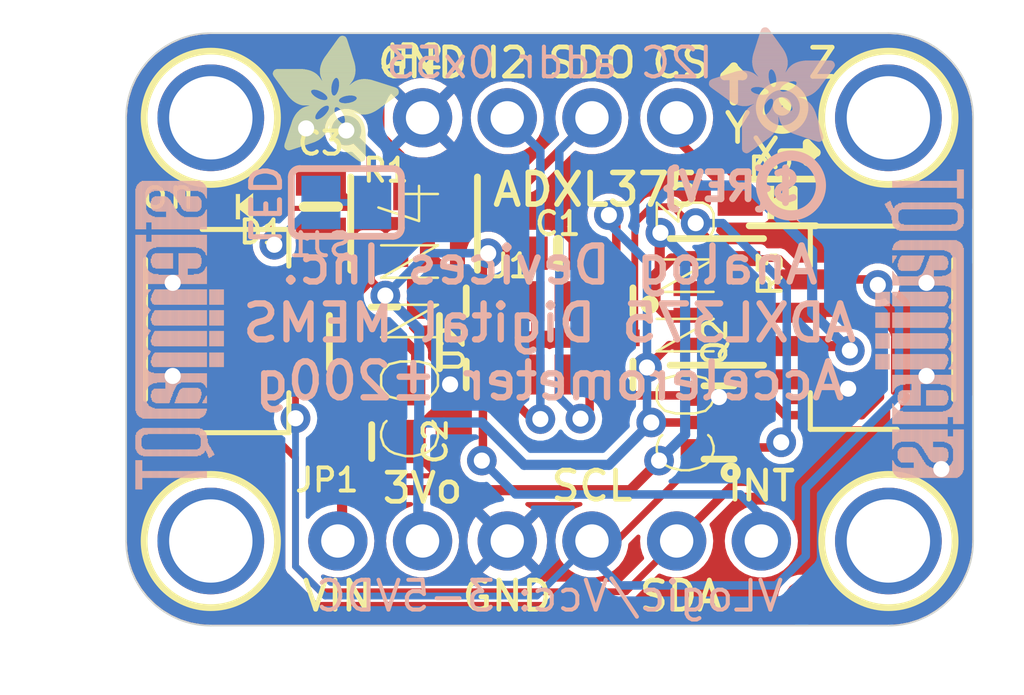
<source format=kicad_pcb>
(kicad_pcb (version 20221018) (generator pcbnew)
  (layers (0 "F.Cu" signal) (31 "B.Cu" signal) (34 "B.Paste" user) (35 "F.Paste" user) (36 "B.SilkS" user "B.Silkscreen") (37 "F.SilkS" user "F.Silkscreen") (38 "B.Mask" user) (39 "F.Mask" user) (44 "Edge.Cuts" user))
  (net 0 "")
  (net 1 "GND")
  (net 2 "SCL")
  (net 3 "SCL_3V")
  (net 4 "3.3V")
  (net 5 "VCC")
  (net 6 "N$1")
  (net 7 "CS_3V")
  (net 8 "INT1")
  (net 9 "INT2")
  (net 10 "SDA/SDIO_3V")
  (net 11 "SDO")
  (net 12 "CS")
  (net 13 "SDA/SDIO")
  (net 14 "N$2")
  (footprint "working:RESPACK_4X0603" (layer "F.Cu") (at 144.4371 101.8286)
    (fp_text reference "R1")
    (fp_text value "10K")
  )
  (footprint "working:CHIPLED_0603_NOOUTLINE" (layer "F.Cu") (at 139.3571 101.3206 90)
    (fp_text reference "D1")
    (fp_text value "GREEN")
  )
  (footprint "working:FIDUCIAL_1MM" (layer "F.Cu") (at 137.7696 105.0036)
    (fp_text reference "FID4" hide)
    (fp_text value "FIDUCIAL_1MM" hide)
  )
  (footprint "working:MOUNTINGHOLE_2.5_PLATED" (layer "F.Cu") (at 138.3411 98.6536)
    (fp_text reference "U$1" hide)
    (fp_text value "MOUNTINGHOLE2.5" hide)
  )
  (footprint "working:0603-NO" (layer "F.Cu") (at 148.7551 102.7176)
    (fp_text reference "C1")
    (fp_text value "0.1uF")
  )
  (footprint "working:LGA14" (layer "F.Cu") (at 148.5011 105.2576)
    (fp_text reference "U1")
    (fp_text value "ADXL343")
  )
  (footprint "working:_0805MP" (layer "F.Cu") (at 143.1671 108.3691)
    (fp_text reference "C2")
    (fp_text value "10uF")
  )
  (footprint "working:1X04_ROUND" (layer "F.Cu") (at 148.5011 98.6536)
    (fp_text reference "JP2")
    (fp_text value "")
  )
  (footprint "working:SOT363" (layer "F.Cu") (at 153.5811 107.7976 90)
    (fp_text reference "Q2")
    (fp_text value "BSS138")
  )
  (footprint "working:1X06_ROUND_70" (layer "F.Cu") (at 148.5011 111.3536)
    (fp_text reference "JP1")
    (fp_text value "")
  )
  (footprint "working:JST_SH4" (layer "F.Cu") (at 158.5341 105.0036 90)
    (fp_text reference "CONN3")
    (fp_text value "STEMMA_I2C_QT" hide)
  )
  (footprint "working:MOUNTINGHOLE_2.5_PLATED" (layer "F.Cu") (at 138.3411 111.3536)
    (fp_text reference "U$19" hide)
    (fp_text value "MOUNTINGHOLE2.5" hide)
  )
  (footprint "working:SOD-323" (layer "F.Cu") (at 155.4861 101.1936)
    (fp_text reference "D2")
    (fp_text value "1N4148")
  )
  (footprint "working:MOUNTINGHOLE_2.5_PLATED" (layer "F.Cu") (at 158.6611 98.6536)
    (fp_text reference "U$17" hide)
    (fp_text value "MOUNTINGHOLE2.5" hide)
  )
  (footprint "working:MOUNTINGHOLE_2.5_PLATED" (layer "F.Cu") (at 158.6611 111.3536)
    (fp_text reference "U$21" hide)
    (fp_text value "MOUNTINGHOLE2.5" hide)
  )
  (footprint "working:SOT23-5" (layer "F.Cu") (at 143.5481 105.3846)
    (fp_text reference "U2")
    (fp_text value "AP2112K-3.3")
  )
  (footprint "working:RESPACK_4X0603" (layer "F.Cu") (at 153.5176 104.1781 -90)
    (fp_text reference "R3")
    (fp_text value "10K")
  )
  (footprint "working:FIDUCIAL_1MM" (layer "F.Cu") (at 156.0576 113.0681)
    (fp_text reference "FID3" hide)
    (fp_text value "FIDUCIAL_1MM" hide)
  )
  (footprint "working:ADAFRUIT_3.5MM" (layer "F.Cu") (at 140.1826 99.9871)
    (fp_text reference "U$4" hide)
    (fp_text value "" hide)
  )
  (footprint "working:0805-NO" (layer "F.Cu") (at 141.6431 101.3206 90)
    (fp_text reference "C3")
    (fp_text value "10uF")
  )
  (footprint "working:JST_SH4" (layer "F.Cu") (at 138.4681 105.0036 -90)
    (fp_text reference "CONN4")
    (fp_text value "STEMMA_I2C_QT" hide)
  )
  (footprint "working:SOLDERJUMPER_CLOSEDWIRE" (layer "B.Cu") (at 142.4051 101.1936)
    (fp_text reference "SJ1")
    (fp_text value "")
  )
  (footprint "working:STEMMAQT" (layer "B.Cu") (at 138.7221 100.5586 -90)
    (fp_text reference "U$31" hide)
    (fp_text value "" hide)
  )
  (footprint "working:PCBFEAT-REV-040" (layer "B.Cu") (at 155.7401 100.6856 180)
    (fp_text reference "U$25" hide)
    (fp_text value "" hide)
  )
  (footprint "working:ADAFRUIT_3.5MM" (layer "B.Cu") (at 157.0736 99.7331 180)
    (fp_text reference "U$11" hide)
    (fp_text value "" hide)
  )
  (footprint "working:STEMMAQT" (layer "B.Cu") (at 158.2801 109.4486 90)
    (fp_text reference "U$30" hide)
    (fp_text value "" hide)
  )
  (gr_line (start 154.305 97.3963) (end 154.2796 97.3963) (stroke (width 0.254)) (layer "F.SilkS"))
  (gr_line (start 153.7462 97.3963) (end 154.2796 97.3963) (stroke (width 0.254)) (layer "F.SilkS"))
  (gr_line (start 156.2227 99.949) (end 156.4767 99.695) (stroke (width 0.254)) (layer "F.SilkS"))
  (gr_line (start 156.2227 99.9744) (end 156.2227 99.949) (stroke (width 0.254)) (layer "F.SilkS"))
  (gr_line (start 154.0256 97.1423) (end 154.0256 97.1169) (stroke (width 0.254)) (layer "F.SilkS"))
  (gr_line (start 156.4767 99.695) (end 156.5021 99.695) (stroke (width 0.254)) (layer "F.SilkS"))
  (gr_line (start 156.2227 99.4156) (end 156.2227 99.949) (stroke (width 0.254)) (layer "F.SilkS"))
  (gr_circle (center 155.4734 98.3488) (end 156.1338 98.3488) (stroke (width 0.254)) (fill none) (layer "F.SilkS"))
  (gr_line (start 154.2796 97.3963) (end 154.0256 97.1423) (stroke (width 0.254)) (layer "F.SilkS"))
  (gr_line (start 154.0256 98.1583) (end 154.0256 97.1423) (stroke (width 0.254)) (layer "F.SilkS"))
  (gr_line (start 155.4607 99.695) (end 156.4767 99.695) (stroke (width 0.254)) (layer "F.SilkS"))
  (gr_circle (center 155.4734 98.3107) (end 155.4988 98.3107) (stroke (width 0.254)) (fill none) (layer "F.SilkS"))
  (gr_line (start 154.0256 97.1169) (end 153.7462 97.3963) (stroke (width 0.254)) (layer "F.SilkS"))
  (gr_line (start 156.5021 99.695) (end 156.2227 99.4156) (stroke (width 0.254)) (layer "F.SilkS"))
  (gr_line (start 161.2011 111.3536) (end 161.2011 98.6536) (stroke (width 0.05)) (layer "Edge.Cuts"))
  (gr_arc (start 158.6611 96.1136) (mid 160.457151 96.857549) (end 161.2011 98.6536) (stroke (width 0.05)) (layer "Edge.Cuts"))
  (gr_line (start 135.8011 98.6536) (end 135.8011 111.3536) (stroke (width 0.05)) (layer "Edge.Cuts"))
  (gr_arc (start 161.2011 111.3536) (mid 160.457151 113.149651) (end 158.6611 113.8936) (stroke (width 0.05)) (layer "Edge.Cuts"))
  (gr_line (start 158.6611 96.1136) (end 138.3411 96.1136) (stroke (width 0.05)) (layer "Edge.Cuts"))
  (gr_arc (start 135.8011 98.6536) (mid 136.545049 96.857549) (end 138.3411 96.1136) (stroke (width 0.05)) (layer "Edge.Cuts"))
  (gr_arc (start 138.3411 113.8936) (mid 136.545049 113.149651) (end 135.8011 111.3536) (stroke (width 0.05)) (layer "Edge.Cuts"))
  (gr_line (start 138.3411 113.8936) (end 158.6611 113.8936) (stroke (width 0.05)) (layer "Edge.Cuts"))
  (gr_text "I2C addr 0x53" (at 148.5011 97.0026) (layer "B.SilkS") (effects (font (size 0.89408 0.89408) (thickness 0.12192)) (justify mirror)))
  (gr_text "LED" (at 139.9286 101.2571 -90) (layer "B.SilkS") (effects (font (size 0.8636 0.8636) (thickness 0.1524)) (justify mirror)))
  (gr_text "Analog Devices Inc.\nADXL375 Digital MEMS\nAccelerometer ±200g" (at 148.5011 104.8131) (layer "B.SilkS") (effects (font (size 1.0795 1.0795) (thickness 0.1905)) (justify mirror)))
  (gr_text "VLogic/Vcc: 3-5VDC" (at 148.5011 113.0046) (layer "B.SilkS") (effects (font (size 0.89408 0.89408) (thickness 0.12192)) (justify mirror)))
  (gr_text "GND" (at 147.2311 113.0046) (layer "F.SilkS") (effects (font (size 0.87376 0.87376) (thickness 0.14224))))
  (gr_text "ADXL375" (at 149.8981 100.8126) (layer "F.SilkS") (effects (font (size 0.94996 0.94996) (thickness 0.16764))))
  (gr_text "I2" (at 147.2311 97.0026) (layer "F.SilkS") (effects (font (size 0.87376 0.87376) (thickness 0.14224))))
  (gr_text "SDO" (at 149.7711 97.0026) (layer "F.SilkS") (effects (font (size 0.87376 0.87376) (thickness 0.14224))))
  (gr_text "GND" (at 144.6911 97.0026) (layer "F.SilkS") (effects (font (size 0.87376 0.87376) (thickness 0.14224))))
  (gr_text "INT" (at 154.8511 109.7026) (layer "F.SilkS") (effects (font (size 0.87376 0.87376) (thickness 0.14224))))
  (gr_text "X" (at 154.4701 100.2411) (layer "F.SilkS") (effects (font (size 0.87376 0.87376) (thickness 0.14224)) (justify left bottom)))
  (gr_text "Z" (at 156.1719 97.5233) (layer "F.SilkS") (effects (font (size 0.87376 0.87376) (thickness 0.14224)) (justify left bottom)))
  (gr_text "VIN" (at 142.1511 113.0046) (layer "F.SilkS") (effects (font (size 0.87376 0.87376) (thickness 0.14224))))
  (gr_text "SCL" (at 149.7711 109.7026) (layer "F.SilkS") (effects (font (size 0.87376 0.87376) (thickness 0.14224))))
  (gr_text "Y" (at 153.67 99.4791) (layer "F.SilkS") (effects (font (size 0.87376 0.87376) (thickness 0.14224)) (justify left bottom)))
  (gr_text "SDA" (at 152.4381 113.0046) (layer "F.SilkS") (effects (font (size 0.87376 0.87376) (thickness 0.14224))))
  (gr_text "on" (at 136.1821 101.4476) (layer "F.SilkS") (effects (font (size 0.89408 0.89408) (thickness 0.12192)) (justify left bottom)))
  (gr_text "CS" (at 152.4381 97.0026) (layer "F.SilkS") (effects (font (size 0.87376 0.87376) (thickness 0.14224))))
  (gr_text "3Vo" (at 144.6911 109.7661) (layer "F.SilkS") (effects (font (size 0.87376 0.87376) (thickness 0.14224))))
  (segment (start 155.3351 106.5036) (end 156.0201 106.5036) (width 0.3048) (layer "F.Cu") (net 1))
  (segment (start 154.1526 106.2736) (end 155.1051 106.2736) (width 0.3048) (layer "F.Cu") (net 1))
  (segment (start 149.7011 104.804707) (end 149.6455 104.860307) (width 0.3048) (layer "F.Cu") (net 1))
  (segment (start 148.1011 105.1116) (end 148.1011 104.1576) (width 0.3048) (layer "F.Cu") (net 1))
  (segment (start 149.6455 104.9387) (end 149.3901 105.1941) (width 0.3048) (layer "F.Cu") (net 1))
  (segment (start 143.6116 107.9881) (end 143.9926 108.3691) (width 0.3048) (layer "F.Cu") (net 1))
  (segment (start 153.5811 107.0356) (end 153.5811 106.8451) (width 0.3048) (layer "F.Cu") (net 1))
  (segment (start 148.1836 105.1941) (end 148.1011 105.1116) (width 0.3048) (layer "F.Cu") (net 1))
  (segment (start 143.9926 108.3691) (end 144.1831 108.3691) (width 0.3048) (layer "F.Cu") (net 1))
  (segment (start 143.6116 106.7482) (end 143.6116 107.9881) (width 0.3048) (layer "F.Cu") (net 1))
  (segment (start 155.1051 106.2736) (end 155.3351 106.5036) (width 0.3048) (layer "F.Cu") (net 1))
  (segment (start 149.6455 104.860307) (end 149.6455 104.9387) (width 0.3048) (layer "F.Cu") (net 1))
  (segment (start 154.1526 106.2736) (end 153.5811 106.8451) (width 0.3048) (layer "F.Cu") (net 1))
  (segment (start 149.3901 105.1941) (end 148.1836 105.1941) (width 0.3048) (layer "F.Cu") (net 1))
  (segment (start 149.7011 104.1576) (end 149.7011 104.804707) (width 0.3048) (layer "F.Cu") (net 1))
  (segment (start 143.5481 106.6847) (end 143.6116 106.7482) (width 0.3048) (layer "F.Cu") (net 1))
  (via (at 141.1986 98.9711) (size 0.889) (drill 0.4826) (layers "F.Cu" "B.Cu") (net 1))
  (via (at 157.4546 106.7816) (size 0.889) (drill 0.4826) (layers "F.Cu" "B.Cu") (net 1))
  (via (at 159.8041 103.6066) (size 0.889) (drill 0.4826) (layers "F.Cu" "B.Cu") (net 1))
  (via (at 137.1981 106.4006) (size 0.889) (drill 0.4826) (layers "F.Cu" "B.Cu") (net 1))
  (via (at 137.1981 103.6066) (size 0.889) (drill 0.4826) (layers "F.Cu" "B.Cu") (net 1))
  (via (at 145.5166 106.6546) (size 0.889) (drill 0.4826) (layers "F.Cu" "B.Cu") (net 1))
  (via (at 153.5811 107.0356) (size 0.889) (drill 0.4826) (layers "F.Cu" "B.Cu") (net 1))
  (via (at 159.8041 106.4006) (size 0.889) (drill 0.4826) (layers "F.Cu" "B.Cu") (net 1))
  (via (at 160.2486 109.1946) (size 0.889) (drill 0.4826) (layers "F.Cu" "B.Cu") (net 1))
  (segment (start 158.1771 103.5036) (end 158.3436 103.6701) (width 0.254) (layer "F.Cu") (net 2))
  (segment (start 152.6811 108.5476) (end 152.6811 109.1826) (width 0.2032) (layer "F.Cu") (net 2))
  (segment (start 150.5101 111.3536) (end 149.7711 111.3536) (width 0.2032) (layer "F.Cu") (net 2))
  (segment (start 140.8811 106.6046) (end 140.9821 106.5036) (width 0.2032) (layer "F.Cu") (net 2))
  (segment (start 156.0201 103.5036) (end 158.1771 103.5036) (width 0.254) (layer "F.Cu") (net 2))
  (segment (start 155.3946 102.8781) (end 154.3676 102.8781) (width 0.2032) (layer "F.Cu") (net 2))
  (segment (start 156.0201 103.5036) (end 155.3946 102.8781) (width 0.2032) (layer "F.Cu") (net 2))
  (segment (start 152.6811 109.1826) (end 150.5101 111.3536) (width 0.2032) (layer "F.Cu") (net 2))
  (segment (start 140.8811 107.6706) (end 140.8811 106.6046) (width 0.2032) (layer "F.Cu") (net 2))
  (via (at 158.3436 103.6701) (size 0.889) (drill 0.4826) (layers "F.Cu" "B.Cu") (net 2))
  (via (at 140.8811 107.6706) (size 0.889) (drill 0.4826) (layers "F.Cu" "B.Cu") (net 2))
  (segment (start 141.7701 113.0046) (end 140.8811 112.1156) (width 0.2032) (layer "B.Cu") (net 2))
  (segment (start 158.3436 103.6701) (end 158.9786 104.3051) (width 0.254) (layer "B.Cu") (net 2))
  (segment (start 149.7711 111.8616) (end 149.7711 111.3536) (width 0.254) (layer "B.Cu") (net 2))
  (segment (start 149.7711 111.3536) (end 148.1201 113.0046) (width 0.2032) (layer "B.Cu") (net 2))
  (segment (start 156.1846 111.7981) (end 155.2956 112.6871) (width 0.254) (layer "B.Cu") (net 2))
  (segment (start 150.5966 112.6871) (end 149.7711 111.8616) (width 0.254) (layer "B.Cu") (net 2))
  (segment (start 148.1201 113.0046) (end 141.7701 113.0046) (width 0.2032) (layer "B.Cu") (net 2))
  (segment (start 155.2956 112.6871) (end 150.5966 112.6871) (width 0.254) (layer "B.Cu") (net 2))
  (segment (start 158.9786 106.9721) (end 156.1846 109.7661) (width 0.254) (layer "B.Cu") (net 2))
  (segment (start 158.9786 104.3051) (end 158.9786 106.9721) (width 0.254) (layer "B.Cu") (net 2))
  (segment (start 140.8811 112.1156) (end 140.8811 107.6706) (width 0.2032) (layer "B.Cu") (net 2))
  (segment (start 156.1846 109.7661) (end 156.1846 111.7981) (width 0.254) (layer "B.Cu") (net 2))
  (segment (start 153.5176 103.4796) (end 153.5176 102.5271) (width 0.2032) (layer "F.Cu") (net 3))
  (segment (start 155.291506 108.5476) (end 155.446303 108.392804) (width 0.254) (layer "F.Cu") (net 3))
  (segment (start 152.1978 101.3206) (end 151.5491 101.3206) (width 0.2032) (layer "F.Cu") (net 3))
  (segment (start 151.0559 101.8138) (end 151.0559 105.2576) (width 0.2032) (layer "F.Cu") (net 3))
  (segment (start 151.5491 101.3206) (end 151.0559 101.8138) (width 0.2032) (layer "F.Cu") (net 3))
  (segment (start 152.8826 101.8149) (end 152.8826 101.8921) (width 0.2032) (layer "F.Cu") (net 3))
  (segment (start 154.4811 108.5476) (end 155.291506 108.5476) (width 0.254) (layer "F.Cu") (net 3))
  (segment (start 153.5176 102.5271) (end 152.8826 101.8921) (width 0.2032) (layer "F.Cu") (net 3))
  (segment (start 153.8161 103.7781) (end 153.5176 103.4796) (width 0.2032) (layer "F.Cu") (net 3))
  (segment (start 151.0559 105.2576) (end 150.6011 105.2576) (width 0.2032) (layer "F.Cu") (net 3))
  (segment (start 154.3676 103.7781) (end 153.8161 103.7781) (width 0.2032) (layer "F.Cu") (net 3))
  (segment (start 152.6921 101.8149) (end 152.1978 101.3206) (width 0.2032) (layer "F.Cu") (net 3))
  (segment (start 152.8826 101.8149) (end 152.6921 101.8149) (width 0.2032) (layer "F.Cu") (net 3))
  (via (at 152.8826 101.8149) (size 0.889) (drill 0.4826) (layers "F.Cu" "B.Cu") (net 3))
  (via (at 155.446303 108.392804) (size 0.889) (drill 0.4826) (layers "F.Cu" "B.Cu") (net 3))
  (segment (start 155.6131 103.7336) (end 153.6944 101.8149) (width 0.254) (layer "B.Cu") (net 3))
  (segment (start 153.6944 101.8149) (end 152.8826 101.8149) (width 0.254) (layer "B.Cu") (net 3))
  (segment (start 155.6131 108.226007) (end 155.6131 103.7336) (width 0.254) (layer "B.Cu") (net 3))
  (segment (start 155.446303 108.392804) (end 155.6131 108.226007) (width 0.254) (layer "B.Cu") (net 3))
  (segment (start 153.5176 104.2226) (end 153.5176 105.2576) (width 0.3048) (layer "F.Cu") (net 4))
  (segment (start 153.1891 107.9881) (end 152.9986 107.7976) (width 0.254) (layer "F.Cu") (net 4))
  (segment (start 150.5011 101.7966) (end 150.2791 101.5746) (width 0.254) (layer "F.Cu") (net 4))
  (segment (start 143.1371 103.5455) (end 143.1371 103.5493) (width 0.254) (layer "F.Cu") (net 4))
  (segment (start 153.5176 105.2576) (end 153.2971 105.4781) (width 0.3048) (layer "F.Cu") (net 4))
  (segment (start 154.1001 107.7976) (end 153.9096 107.9881) (width 0.254) (layer "F.Cu") (net 4))
  (segment (start 152.0906 105.4781) (end 151.4221 106.1466) (width 0.254) (layer "F.Cu") (net 4))
  (segment (start 146.8891 102.7176) (end 146.5011 103.1056) (width 0.254) (layer "F.Cu") (net 4))
  (segment (start 153.9096 107.9881) (end 153.1891 107.9881) (width 0.254) (layer "F.Cu") (net 4))
  (segment (start 153.2971 105.4781) (end 152.6676 105.4781) (width 0.3048) (layer "F.Cu") (net 4))
  (segment (start 147.9051 102.7176) (end 146.6596 102.7176) (width 0.254) (layer "F.Cu") (net 4))
  (segment (start 143.1371 102.6786) (end 142.0511 102.6786) (width 0.254) (layer "F.Cu") (net 4))
  (segment (start 152.6676 105.4781) (end 152.0906 105.4781) (width 0.254) (layer "F.Cu") (net 4))
  (segment (start 146.5011 104.1576) (end 146.5011 103.1056) (width 0.254) (layer "F.Cu") (net 4))
  (segment (start 143.1371 102.6786) (end 143.1371 103.5455) (width 0.254) (layer "F.Cu") (net 4))
  (segment (start 144.0371 102.6786) (end 143.1371 102.6786) (width 0.254) (layer "F.Cu") (net 4))
  (segment (start 154.1001 107.7976) (end 154.4811 107.7976) (width 0.254) (layer "F.Cu") (net 4))
  (segment (start 150.5011 104.1576) (end 150.5011 101.7966) (width 0.254) (layer "F.Cu") (net 4))
  (segment (start 142.0511 102.6786) (end 141.6431 102.2706) (width 0.254) (layer "F.Cu") (net 4))
  (segment (start 152.6676 103.7781) (end 153.0731 103.7781) (width 0.3048) (layer "F.Cu") (net 4))
  (segment (start 151.5491 107.7976) (end 152.6811 107.7976) (width 0.254) (layer "F.Cu") (net 4))
  (segment (start 153.5176 104.2226) (end 153.0731 103.7781) (width 0.3048) (layer "F.Cu") (net 4))
  (segment (start 142.5981 104.0845) (end 143.1371 103.5455) (width 0.254) (layer "F.Cu") (net 4))
  (segment (start 143.1371 103.5493) (end 143.5754 103.9876) (width 0.254) (layer "F.Cu") (net 4))
  (segment (start 146.8891 102.7176) (end 147.9051 102.7176) (width 0.254) (layer "F.Cu") (net 4))
  (segment (start 152.6811 107.7976) (end 152.9986 107.7976) (width 0.254) (layer "F.Cu") (net 4))
  (via (at 150.2791 101.5746) (size 0.889) (drill 0.4826) (layers "F.Cu" "B.Cu") (net 4))
  (via (at 143.5754 103.9876) (size 0.889) (drill 0.4826) (layers "F.Cu" "B.Cu") (net 4))
  (via (at 146.6596 102.7176) (size 0.889) (drill 0.4826) (layers "F.Cu" "B.Cu") (net 4))
  (via (at 151.4221 106.1466) (size 0.889) (drill 0.4826) (layers "F.Cu" "B.Cu") (net 4))
  (via (at 151.5491 107.7976) (size 0.889) (drill 0.4826) (layers "F.Cu" "B.Cu") (net 4))
  (segment (start 151.4221 102.9716) (end 150.2791 101.8286) (width 0.254) (layer "B.Cu") (net 4))
  (segment (start 144.5641 111.2266) (end 144.6911 111.3536) (width 0.3048) (layer "B.Cu") (net 4))
  (segment (start 150.2791 109.0676) (end 147.7391 109.0676) (width 0.3048) (layer "B.Cu") (net 4))
  (segment (start 151.4221 102.9716) (end 151.4221 106.1466) (width 0.254) (layer "B.Cu") (net 4))
  (segment (start 151.5491 107.7976) (end 151.4221 107.6706) (width 0.254) (layer "B.Cu") (net 4))
  (segment (start 144.5914 105.0036) (end 144.5914 107.7976) (width 0.3048) (layer "B.Cu") (net 4))
  (segment (start 145.3261 107.7976) (end 144.5641 107.7976) (width 0.254) (layer "B.Cu") (net 4))
  (segment (start 144.5641 107.7976) (end 144.5641 111.2266) (width 0.3048) (layer "B.Cu") (net 4))
  (segment (start 144.5914 105.0036) (end 143.5754 103.9876) (width 0.3048) (layer "B.Cu") (net 4))
  (segment (start 151.4221 106.1466) (end 151.4221 107.6706) (width 0.254) (layer "B.Cu") (net 4))
  (segment (start 147.7391 109.0676) (end 146.4691 107.7976) (width 0.3048) (layer "B.Cu") (net 4))
  (segment (start 144.8454 102.7176) (end 146.6596 102.7176) (width 0.254) (layer "B.Cu") (net 4))
  (segment (start 150.2791 101.5746) (end 150.2791 101.8286) (width 0.254) (layer "B.Cu") (net 4))
  (segment (start 145.3261 107.7976) (end 144.5914 107.7976) (width 0.3048) (layer "B.Cu") (net 4))
  (segment (start 146.4691 107.7976) (end 145.3261 107.7976) (width 0.3048) (layer "B.Cu") (net 4))
  (segment (start 143.5754 103.9876) (end 144.8454 102.7176) (width 0.254) (layer "B.Cu") (net 4))
  (segment (start 151.5491 107.7976) (end 150.2791 109.0676) (width 0.3048) (layer "B.Cu") (net 4))
  (segment (start 142.329806 105.2576) (end 141.575806 104.5036) (width 0.3048) (layer "F.Cu") (net 5))
  (segment (start 144.0561 105.2576) (end 142.6591 105.2576) (width 0.3048) (layer "F.Cu") (net 5))
  (segment (start 152.0126 104.5781) (end 151.6761 104.2416) (width 0.3048) (layer "F.Cu") (net 5))
  (segment (start 144.4981 106.6847) (end 144.4981 105.6996) (width 0.3048) (layer "F.Cu") (net 5))
  (segment (start 156.0201 105.5036) (end 157.3704 105.5036) (width 0.3048) (layer "F.Cu") (net 5))
  (segment (start 142.2781 109.8296) (end 142.2781 111.2266) (width 0.3048) (layer "F.Cu") (net 5))
  (segment (start 142.6591 105.2576) (end 142.329806 105.2576) (width 0.3048) (layer "F.Cu") (net 5))
  (segment (start 157.3704 105.5036) (end 157.5054 105.6386) (width 0.3048) (layer "F.Cu") (net 5))
  (segment (start 151.6761 104.2416) (end 151.6761 103.3526) (width 0.3048) (layer "F.Cu") (net 5))
  (segment (start 144.4981 105.6996) (end 144.0561 105.2576) (width 0.3048) (layer "F.Cu") (net 5))
  (segment (start 142.1511 108.3691) (end 142.5981 107.9221) (width 0.3048) (layer "F.Cu") (net 5))
  (segment (start 152.6676 104.5781) (end 152.0126 104.5781) (width 0.3048) (layer "F.Cu") (net 5))
  (segment (start 142.1511 109.8296) (end 142.2781 109.8296) (width 0.3048) (layer "F.Cu") (net 5))
  (segment (start 152.1506 102.8781) (end 151.8031 103.2256) (width 0.3048) (layer "F.Cu") (net 5))
  (segment (start 142.2781 111.2266) (end 142.1511 111.3536) (width 0.3048) (layer "F.Cu") (net 5))
  (segment (start 142.5981 106.6847) (end 142.5981 105.3186) (width 0.3048) (layer "F.Cu") (net 5))
  (segment (start 142.5981 107.9221) (end 142.5981 106.6847) (width 0.3048) (layer "F.Cu") (net 5))
  (segment (start 151.7834 108.9603) (end 151.7834 108.9406) (width 0.3048) (layer "F.Cu") (net 5))
  (segment (start 151.8031 103.2256) (end 151.6761 103.3526) (width 0.3048) (layer "F.Cu") (net 5))
  (segment (start 151.8031 102.126275) (end 151.8031 103.2256) (width 0.3048) (layer "F.Cu") (net 5))
  (segment (start 142.1511 108.3691) (end 142.1511 109.8296) (width 0.3048) (layer "F.Cu") (net 5))
  (segment (start 150.9141 109.8296) (end 151.7834 108.9603) (width 0.3048) (layer "F.Cu") (net 5))
  (segment (start 151.824937 102.104438) (end 151.8031 102.126275) (width 0.3048) (layer "F.Cu") (net 5))
  (segment (start 142.5981 105.3186) (end 142.6591 105.2576) (width 0.3048) (layer "F.Cu") (net 5))
  (segment (start 141.575806 104.5036) (end 140.9821 104.5036) (width 0.3048) (layer "F.Cu") (net 5))
  (segment (start 142.2781 109.8296) (end 150.9141 109.8296) (width 0.3048) (layer "F.Cu") (net 5))
  (segment (start 152.1506 102.8781) (end 152.6676 102.8781) (width 0.3048) (layer "F.Cu") (net 5))
  (via (at 151.824937 102.104438) (size 0.889) (drill 0.4826) (layers "F.Cu" "B.Cu") (net 5))
  (via (at 151.7834 108.9406) (size 0.889) (drill 0.4826) (layers "F.Cu" "B.Cu") (net 5))
  (via (at 157.5054 105.6386) (size 0.889) (drill 0.4826) (layers "F.Cu" "B.Cu") (net 5))
  (segment (start 152.1841 100.6856) (end 154.4066 100.6856) (width 0.3048) (layer "B.Cu") (net 5))
  (segment (start 156.3751 104.5083) (end 157.5054 105.6386) (width 0.3048) (layer "B.Cu") (net 5))
  (segment (start 151.5491 101.3206) (end 152.1841 100.6856) (width 0.3048) (layer "B.Cu") (net 5))
  (segment (start 151.7834 108.9406) (end 152.5651 108.1589) (width 0.3048) (layer "B.Cu") (net 5))
  (segment (start 151.824937 102.040938) (end 151.5491 101.7651) (width 0.3048) (layer "B.Cu") (net 5))
  (segment (start 152.5651 102.8446) (end 151.824937 102.104438) (width 0.3048) (layer "B.Cu") (net 5))
  (segment (start 154.4066 100.6856) (end 156.3751 102.6541) (width 0.3048) (layer "B.Cu") (net 5))
  (segment (start 152.5651 108.1589) (end 152.5651 102.8446) (width 0.3048) (layer "B.Cu") (net 5))
  (segment (start 151.824937 102.104438) (end 151.824937 102.040938) (width 0.3048) (layer "B.Cu") (net 5))
  (segment (start 156.3751 102.6541) (end 156.3751 104.5083) (width 0.3048) (layer "B.Cu") (net 5))
  (segment (start 151.5491 101.7651) (end 151.5491 101.3206) (width 0.3048) (layer "B.Cu") (net 5))
  (segment (start 143.1371 99.7666) (end 142.4051 99.0346) (width 0.254) (layer "F.Cu") (net 6))
  (segment (start 143.1371 100.9786) (end 143.1371 99.7666) (width 0.254) (layer "F.Cu") (net 6))
  (via (at 142.4051 99.0346) (size 0.889) (drill 0.4826) (layers "F.Cu" "B.Cu") (net 6))
  (segment (start 142.4051 99.0346) (end 143.1671 99.7966) (width 0.254) (layer "B.Cu") (net 6))
  (segment (start 143.1671 99.7966) (end 143.1671 101.1936) (width 0.254) (layer "B.Cu") (net 6))
  (segment (start 146.0881 105.2576) (end 145.1991 104.3686) (width 0.254) (layer "F.Cu") (net 7))
  (segment (start 146.4011 105.2576) (end 146.0881 105.2576) (width 0.254) (layer "F.Cu") (net 7))
  (segment (start 143.4211 97.3836) (end 143.9291 96.8756) (width 0.254) (layer "F.Cu") (net 7))
  (segment (start 144.8371 100.9786) (end 144.0371 100.9786) (width 0.254) (layer "F.Cu") (net 7))
  (segment (start 145.1991 103.282575) (end 145.1819 103.265375) (width 0.254) (layer "F.Cu") (net 7))
  (segment (start 144.0371 100.9786) (end 144.0371 99.7776) (width 0.254) (layer "F.Cu") (net 7))
  (segment (start 143.4211 99.1616) (end 143.4211 97.3836) (width 0.254) (layer "F.Cu") (net 7))
  (segment (start 144.8371 102.6786) (end 144.8371 100.9786) (width 0.254) (layer "F.Cu") (net 7))
  (segment (start 145.1819 103.0234) (end 144.8371 102.6786) (width 0.254) (layer "F.Cu") (net 7))
  (segment (start 144.0371 99.7776) (end 143.4211 99.1616) (width 0.254) (layer "F.Cu") (net 7))
  (segment (start 145.1819 103.265375) (end 145.1819 103.0234) (width 0.254) (layer "F.Cu") (net 7))
  (segment (start 143.9291 96.8756) (end 153.0731 96.8756) (width 0.254) (layer "F.Cu") (net 7))
  (segment (start 156.7561 100.5586) (end 156.7561 101.1936) (width 0.254) (layer "F.Cu") (net 7))
  (segment (start 153.0731 96.8756) (end 156.7561 100.5586) (width 0.254) (layer "F.Cu") (net 7))
  (segment (start 145.1991 104.3686) (end 145.1991 103.282575) (width 0.254) (layer "F.Cu") (net 7))
  (segment (start 146.5011 108.9086) (end 146.4691 108.9406) (width 0.254) (layer "F.Cu") (net 8))
  (segment (start 146.5011 106.3576) (end 146.5011 108.9086) (width 0.254) (layer "F.Cu") (net 8))
  (via (at 146.4691 108.9406) (size 0.889) (drill 0.4826) (layers "F.Cu" "B.Cu") (net 8))
  (segment (start 154.8511 110.5916) (end 154.8511 111.3536) (width 0.254) (layer "B.Cu") (net 8))
  (segment (start 154.2161 109.9566) (end 154.8511 110.5916) (width 0.254) (layer "B.Cu") (net 8))
  (segment (start 154.2161 109.9566) (end 147.4851 109.9566) (width 0.254) (layer "B.Cu") (net 8))
  (segment (start 147.4851 109.9566) (end 146.4691 108.9406) (width 0.254) (layer "B.Cu") (net 8))
  (segment (start 148.223396 107.694304) (end 147.969396 107.694304) (width 0.254) (layer "F.Cu") (net 9))
  (segment (start 147.3011 106.3576) (end 147.3011 107.026007) (width 0.254) (layer "F.Cu") (net 9))
  (segment (start 147.969396 107.694304) (end 147.3011 107.026007) (width 0.254) (layer "F.Cu") (net 9))
  (via (at 148.223396 107.694304) (size 0.889) (drill 0.4826) (layers "F.Cu" "B.Cu") (net 9))
  (segment (start 148.223396 99.645897) (end 148.223396 107.694304) (width 0.254) (layer "B.Cu") (net 9))
  (segment (start 148.223396 99.645897) (end 147.2311 98.6536) (width 0.254) (layer "B.Cu") (net 9))
  (segment (start 150.5011 106.4956) (end 150.5011 106.3576) (width 0.254) (layer "F.Cu") (net 10))
  (segment (start 152.6811 106.7926) (end 153.9956 105.4781) (width 0.254) (layer "F.Cu") (net 10))
  (segment (start 153.9956 105.4781) (end 154.3676 105.4781) (width 0.254) (layer "F.Cu") (net 10))
  (segment (start 152.6811 107.0476) (end 152.6811 106.7926) (width 0.254) (layer "F.Cu") (net 10))
  (segment (start 152.6176 106.9841) (end 150.9896 106.9841) (width 0.254) (layer "F.Cu") (net 10))
  (segment (start 152.6811 107.0476) (end 152.6176 106.9841) (width 0.254) (layer "F.Cu") (net 10))
  (segment (start 150.9896 106.9841) (end 150.5011 106.4956) (width 0.254) (layer "F.Cu") (net 10))
  (segment (start 149.7011 106.3576) (end 149.7011 107.407007) (width 0.254) (layer "F.Cu") (net 11))
  (segment (start 145.7371 100.9786) (end 146.1571 100.5586) (width 0.254) (layer "F.Cu") (net 11))
  (segment (start 149.7011 107.407007) (end 149.426506 107.6816) (width 0.254) (layer "F.Cu") (net 11))
  (segment (start 146.1571 100.5586) (end 147.8661 100.5586) (width 0.254) (layer "F.Cu") (net 11))
  (segment (start 147.8661 100.5586) (end 149.7711 98.6536) (width 0.254) (layer "F.Cu") (net 11))
  (via (at 149.426506 107.6816) (size 0.889) (drill 0.4826) (layers "F.Cu" "B.Cu") (net 11))
  (segment (start 148.791506 99.633194) (end 149.7711 98.6536) (width 0.254) (layer "B.Cu") (net 11))
  (segment (start 149.426506 107.6816) (end 148.791506 107.0466) (width 0.254) (layer "B.Cu") (net 11))
  (segment (start 148.791506 99.633194) (end 148.791506 107.0466) (width 0.254) (layer "B.Cu") (net 11))
  (segment (start 152.3111 99.2886) (end 152.3111 98.6536) (width 0.254) (layer "F.Cu") (net 12))
  (segment (start 154.2161 101.1936) (end 152.3111 99.2886) (width 0.254) (layer "F.Cu") (net 12))
  (segment (start 156.2481 108.6866) (end 155.3591 109.5756) (width 0.254) (layer "F.Cu") (net 13))
  (segment (start 158.4071 107.0356) (end 158.4071 105.2576) (width 0.254) (layer "F.Cu") (net 13))
  (segment (start 139.7381 105.8926) (end 139.7381 107.714275) (width 0.2032) (layer "F.Cu") (net 13))
  (segment (start 157.8644 107.5783) (end 158.4071 107.0356) (width 0.254) (layer "F.Cu") (net 13))
  (segment (start 154.3676 104.5781) (end 154.4421 104.5036) (width 0.2032) (layer "F.Cu") (net 13))
  (segment (start 140.8811 108.857275) (end 140.8811 112.1156) (width 0.2032) (layer "F.Cu") (net 13))
  (segment (start 156.2481 107.5783) (end 156.2481 108.6866) (width 0.254) (layer "F.Cu") (net 13))
  (segment (start 140.8811 112.1156) (end 141.6431 112.8776) (width 0.2032) (layer "F.Cu") (net 13))
  (segment (start 140.9821 105.5036) (end 140.1271 105.5036) (width 0.2032) (layer "F.Cu") (net 13))
  (segment (start 155.3591 109.5756) (end 154.0891 109.5756) (width 0.254) (layer "F.Cu") (net 13))
  (segment (start 154.4421 104.5036) (end 156.0201 104.5036) (width 0.2032) (layer "F.Cu") (net 13))
  (segment (start 155.022125 107.0476) (end 155.552825 107.5783) (width 0.254) (layer "F.Cu") (net 13))
  (segment (start 158.4071 105.2576) (end 157.6531 104.5036) (width 0.254) (layer "F.Cu") (net 13))
  (segment (start 139.7381 107.714275) (end 140.8811 108.857275) (width 0.2032) (layer "F.Cu") (net 13))
  (segment (start 154.0891 109.5756) (end 152.3111 111.3536) (width 0.254) (layer "F.Cu") (net 13))
  (segment (start 154.4811 107.0476) (end 155.022125 107.0476) (width 0.254) (layer "F.Cu") (net 13))
  (segment (start 155.552825 107.5783) (end 156.2481 107.5783) (width 0.254) (layer "F.Cu") (net 13))
  (segment (start 150.7871 112.8776) (end 152.3111 111.3536) (width 0.2032) (layer "F.Cu") (net 13))
  (segment (start 156.2481 107.5783) (end 157.8644 107.5783) (width 0.254) (layer "F.Cu") (net 13))
  (segment (start 141.6431 112.8776) (end 150.7871 112.8776) (width 0.2032) (layer "F.Cu") (net 13))
  (segment (start 157.6531 104.5036) (end 156.0201 104.5036) (width 0.254) (layer "F.Cu") (net 13))
  (segment (start 140.1271 105.5036) (end 139.7381 105.8926) (width 0.2032) (layer "F.Cu") (net 13))
  (segment (start 140.1071 102.3253) (end 140.2454 102.4636) (width 0.254) (layer "F.Cu") (net 14))
  (segment (start 140.1071 101.3206) (end 140.1071 102.3253) (width 0.254) (layer "F.Cu") (net 14))
  (via (at 140.2454 102.4636) (size 0.889) (drill 0.4826) (layers "F.Cu" "B.Cu") (net 14))
  (segment (start 140.2454 102.4636) (end 141.5154 101.1936) (width 0.254) (layer "B.Cu") (net 14))
  (segment (start 141.5154 101.1936) (end 141.6431 101.1936) (width 0.254) (layer "B.Cu") (net 14))
  (zone (net 1) (net_name "GND") (layer "F.Cu") (priority 6) (connect_pads (clearance 0.000001)) (min_thickness 0.127) (fill yes (thermal_gap 0.304) (thermal_bridge_width 0.304))
    (polygon (pts (xy 161.3281 114.0206) (xy 135.6741 114.0206) (xy 135.6741 95.9866) (xy 161.3281 95.9866)))
  )
  (zone (net 1) (net_name "GND") (layer "B.Cu") (priority 6) (connect_pads (clearance 0.000001)) (min_thickness 0.127) (fill yes (thermal_gap 0.304) (thermal_bridge_width 0.304))
    (polygon (pts (xy 161.3281 114.0206) (xy 135.6741 114.0206) (xy 135.6741 95.9866) (xy 161.3281 95.9866)))
  )
)
</source>
